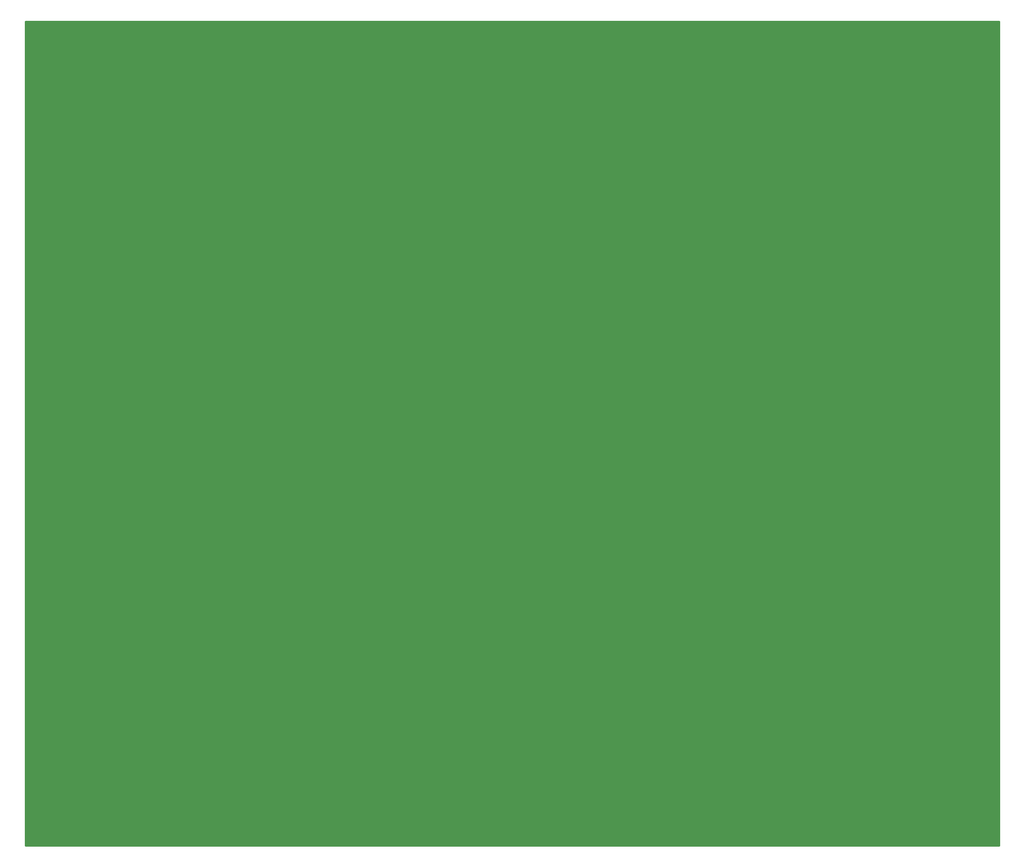
<source format=gbr>
%TF.GenerationSoftware,KiCad,Pcbnew,(5.1.10)-1*%
%TF.CreationDate,2021-06-04T17:59:31+02:00*%
%TF.ProjectId,_Real_EEE3088Project,5f526561-6c5f-4454-9545-333038385072,rev?*%
%TF.SameCoordinates,Original*%
%TF.FileFunction,Legend,Bot*%
%TF.FilePolarity,Positive*%
%FSLAX46Y46*%
G04 Gerber Fmt 4.6, Leading zero omitted, Abs format (unit mm)*
G04 Created by KiCad (PCBNEW (5.1.10)-1) date 2021-06-04 17:59:31*
%MOMM*%
%LPD*%
G01*
G04 APERTURE LIST*
%ADD10C,0.254000*%
%ADD11C,0.100000*%
G04 APERTURE END LIST*
D10*
X201803000Y-158623000D02*
X35687000Y-158623000D01*
X35687000Y-17907000D01*
X201803000Y-17907000D01*
X201803000Y-158623000D01*
D11*
G36*
X201803000Y-158623000D02*
G01*
X35687000Y-158623000D01*
X35687000Y-17907000D01*
X201803000Y-17907000D01*
X201803000Y-158623000D01*
G37*
M02*

</source>
